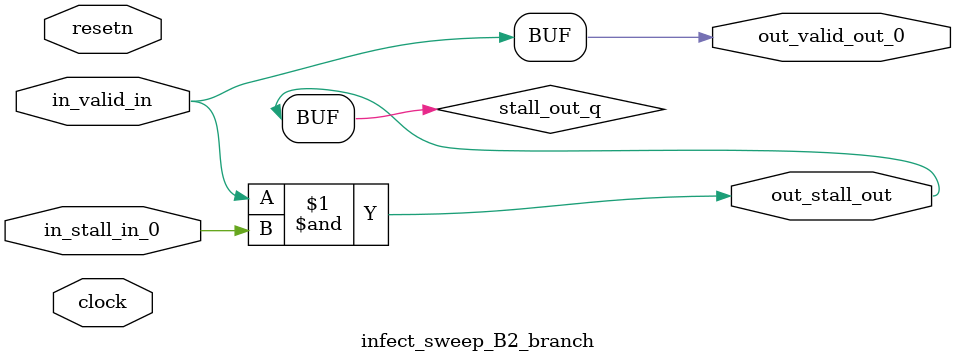
<source format=sv>



(* altera_attribute = "-name AUTO_SHIFT_REGISTER_RECOGNITION OFF; -name MESSAGE_DISABLE 10036; -name MESSAGE_DISABLE 10037; -name MESSAGE_DISABLE 14130; -name MESSAGE_DISABLE 14320; -name MESSAGE_DISABLE 15400; -name MESSAGE_DISABLE 14130; -name MESSAGE_DISABLE 10036; -name MESSAGE_DISABLE 12020; -name MESSAGE_DISABLE 12030; -name MESSAGE_DISABLE 12010; -name MESSAGE_DISABLE 12110; -name MESSAGE_DISABLE 14320; -name MESSAGE_DISABLE 13410; -name MESSAGE_DISABLE 113007; -name MESSAGE_DISABLE 10958" *)
module infect_sweep_B2_branch (
    input wire [0:0] in_stall_in_0,
    input wire [0:0] in_valid_in,
    output wire [0:0] out_stall_out,
    output wire [0:0] out_valid_out_0,
    input wire clock,
    input wire resetn
    );

    wire [0:0] stall_out_q;


    // stall_out(LOGICAL,6)
    assign stall_out_q = in_valid_in & in_stall_in_0;

    // out_stall_out(GPOUT,4)
    assign out_stall_out = stall_out_q;

    // out_valid_out_0(GPOUT,5)
    assign out_valid_out_0 = in_valid_in;

endmodule

</source>
